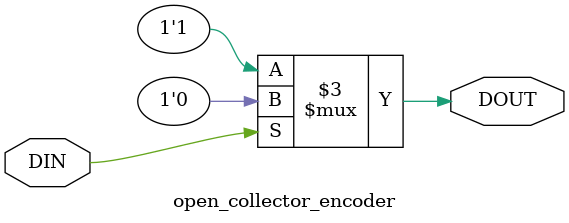
<source format=v>
module open_collector_encoder (
    input DIN,
    output reg DOUT
);
    // bidirectional serial data line has pull-up resistor,
    // so we use NPN transistor to pull the line low for a zero
    // and disconnect from data line when writing a one or
    // when going into a high impedance state

    always @ (*) begin
        DOUT <= 0; // high impedance state by default
        
        if (DIN == 0)
            DOUT <= 1;  // pulling the line down low
    end
endmodule
</source>
